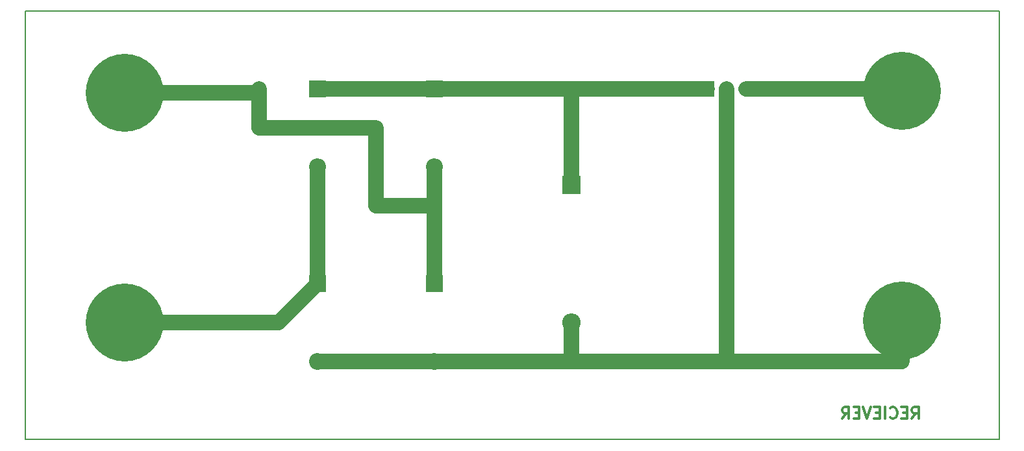
<source format=gbr>
%TF.GenerationSoftware,KiCad,Pcbnew,7.0.2*%
%TF.CreationDate,2023-06-25T17:45:46+05:30*%
%TF.ProjectId,Receiver,52656365-6976-4657-922e-6b696361645f,rev?*%
%TF.SameCoordinates,Original*%
%TF.FileFunction,Soldermask,Top*%
%TF.FilePolarity,Negative*%
%FSLAX46Y46*%
G04 Gerber Fmt 4.6, Leading zero omitted, Abs format (unit mm)*
G04 Created by KiCad (PCBNEW 7.0.2) date 2023-06-25 17:45:46*
%MOMM*%
%LPD*%
G01*
G04 APERTURE LIST*
%ADD10R,2.200000X2.200000*%
%ADD11O,2.200000X2.200000*%
%ADD12C,10.160000*%
%ADD13R,2.400000X2.400000*%
%ADD14O,2.400000X2.400000*%
%ADD15R,1.905000X2.000000*%
%ADD16O,1.905000X2.000000*%
%TA.AperFunction,NonConductor*%
%ADD17C,0.200000*%
%TD*%
%ADD18C,0.300000*%
%TA.AperFunction,NonConductor*%
%ADD19C,0.300000*%
%TD*%
%TA.AperFunction,ComponentPad*%
%ADD20R,2.200000X2.200000*%
%TD*%
%TA.AperFunction,ComponentPad*%
%ADD21O,2.200000X2.200000*%
%TD*%
%TA.AperFunction,ComponentPad*%
%ADD22C,10.160000*%
%TD*%
%TA.AperFunction,ComponentPad*%
%ADD23R,2.400000X2.400000*%
%TD*%
%TA.AperFunction,ComponentPad*%
%ADD24O,2.400000X2.400000*%
%TD*%
%TA.AperFunction,ComponentPad*%
%ADD25R,1.905000X2.000000*%
%TD*%
%TA.AperFunction,ComponentPad*%
%ADD26O,1.905000X2.000000*%
%TD*%
%TA.AperFunction,Conductor*%
%ADD27C,2.000000*%
%TD*%
G04 APERTURE END LIST*
D10*
%TO.C,D1*%
X78740000Y-76200000D03*
D11*
X78740000Y-86360000D03*
%TD*%
D12*
%TO.C,J2*%
X53580000Y-106680000D03*
X53580000Y-76710000D03*
%TD*%
D10*
%TO.C,D3*%
X78740000Y-101600000D03*
D11*
X78740000Y-111760000D03*
%TD*%
D12*
%TO.C,J1*%
X154940000Y-76440000D03*
X154940000Y-106410000D03*
%TD*%
D10*
%TO.C,D4*%
X93980000Y-101600000D03*
D11*
X93980000Y-111760000D03*
%TD*%
D13*
%TO.C,C1*%
X111902500Y-88680000D03*
D14*
X111902500Y-106680000D03*
%TD*%
D10*
%TO.C,D2*%
X93980000Y-76200000D03*
D11*
X93980000Y-86360000D03*
%TD*%
D15*
%TO.C,U1*%
X129540000Y-76200000D03*
D16*
X132080000Y-76200000D03*
X134620000Y-76200000D03*
%TD*%
D17*
X167640000Y-121920000D02*
X40640000Y-121920000D01*
X40640000Y-121920000D02*
X40640000Y-66040000D01*
X40640000Y-66040000D02*
X167640000Y-66040000D01*
X167640000Y-66040000D02*
X167640000Y-121920000D01*
D18*
D19*
X156265714Y-119196428D02*
X156765714Y-118482142D01*
X157122857Y-119196428D02*
X157122857Y-117696428D01*
X157122857Y-117696428D02*
X156551428Y-117696428D01*
X156551428Y-117696428D02*
X156408571Y-117767857D01*
X156408571Y-117767857D02*
X156337142Y-117839285D01*
X156337142Y-117839285D02*
X156265714Y-117982142D01*
X156265714Y-117982142D02*
X156265714Y-118196428D01*
X156265714Y-118196428D02*
X156337142Y-118339285D01*
X156337142Y-118339285D02*
X156408571Y-118410714D01*
X156408571Y-118410714D02*
X156551428Y-118482142D01*
X156551428Y-118482142D02*
X157122857Y-118482142D01*
X155622857Y-118410714D02*
X155122857Y-118410714D01*
X154908571Y-119196428D02*
X155622857Y-119196428D01*
X155622857Y-119196428D02*
X155622857Y-117696428D01*
X155622857Y-117696428D02*
X154908571Y-117696428D01*
X153408571Y-119053571D02*
X153479999Y-119125000D01*
X153479999Y-119125000D02*
X153694285Y-119196428D01*
X153694285Y-119196428D02*
X153837142Y-119196428D01*
X153837142Y-119196428D02*
X154051428Y-119125000D01*
X154051428Y-119125000D02*
X154194285Y-118982142D01*
X154194285Y-118982142D02*
X154265714Y-118839285D01*
X154265714Y-118839285D02*
X154337142Y-118553571D01*
X154337142Y-118553571D02*
X154337142Y-118339285D01*
X154337142Y-118339285D02*
X154265714Y-118053571D01*
X154265714Y-118053571D02*
X154194285Y-117910714D01*
X154194285Y-117910714D02*
X154051428Y-117767857D01*
X154051428Y-117767857D02*
X153837142Y-117696428D01*
X153837142Y-117696428D02*
X153694285Y-117696428D01*
X153694285Y-117696428D02*
X153479999Y-117767857D01*
X153479999Y-117767857D02*
X153408571Y-117839285D01*
X152765714Y-119196428D02*
X152765714Y-117696428D01*
X152051428Y-118410714D02*
X151551428Y-118410714D01*
X151337142Y-119196428D02*
X152051428Y-119196428D01*
X152051428Y-119196428D02*
X152051428Y-117696428D01*
X152051428Y-117696428D02*
X151337142Y-117696428D01*
X150908570Y-117696428D02*
X150408570Y-119196428D01*
X150408570Y-119196428D02*
X149908570Y-117696428D01*
X149408571Y-118410714D02*
X148908571Y-118410714D01*
X148694285Y-119196428D02*
X149408571Y-119196428D01*
X149408571Y-119196428D02*
X149408571Y-117696428D01*
X149408571Y-117696428D02*
X148694285Y-117696428D01*
X147194285Y-119196428D02*
X147694285Y-118482142D01*
X148051428Y-119196428D02*
X148051428Y-117696428D01*
X148051428Y-117696428D02*
X147479999Y-117696428D01*
X147479999Y-117696428D02*
X147337142Y-117767857D01*
X147337142Y-117767857D02*
X147265713Y-117839285D01*
X147265713Y-117839285D02*
X147194285Y-117982142D01*
X147194285Y-117982142D02*
X147194285Y-118196428D01*
X147194285Y-118196428D02*
X147265713Y-118339285D01*
X147265713Y-118339285D02*
X147337142Y-118410714D01*
X147337142Y-118410714D02*
X147479999Y-118482142D01*
X147479999Y-118482142D02*
X148051428Y-118482142D01*
D20*
%TO.P,D1,1,K*%
%TO.N,Net-(D1-K)*%
X78740000Y-76200000D03*
D21*
%TO.P,D1,2,A*%
%TO.N,Net-(D1-A)*%
X78740000Y-86360000D03*
%TD*%
D22*
%TO.P,J2,1,Pin_1*%
%TO.N,Net-(D1-A)*%
X53580000Y-106680000D03*
%TO.P,J2,2,Pin_2*%
%TO.N,Net-(D2-A)*%
X53580000Y-76710000D03*
%TD*%
D20*
%TO.P,D3,1,K*%
%TO.N,Net-(D1-A)*%
X78740000Y-101600000D03*
D21*
%TO.P,D3,2,A*%
%TO.N,Net-(D3-A)*%
X78740000Y-111760000D03*
%TD*%
D22*
%TO.P,J1,1,Pin_1*%
%TO.N,Net-(J1-Pin_1)*%
X154940000Y-76440000D03*
%TO.P,J1,2,Pin_2*%
%TO.N,Net-(D3-A)*%
X154940000Y-106410000D03*
%TD*%
D20*
%TO.P,D4,1,K*%
%TO.N,Net-(D2-A)*%
X93980000Y-101600000D03*
D21*
%TO.P,D4,2,A*%
%TO.N,Net-(D3-A)*%
X93980000Y-111760000D03*
%TD*%
D23*
%TO.P,C1,1*%
%TO.N,Net-(D1-K)*%
X111902500Y-88680000D03*
D24*
%TO.P,C1,2*%
%TO.N,Net-(D3-A)*%
X111902500Y-106680000D03*
%TD*%
D20*
%TO.P,D2,1,K*%
%TO.N,Net-(D1-K)*%
X93980000Y-76200000D03*
D21*
%TO.P,D2,2,A*%
%TO.N,Net-(D2-A)*%
X93980000Y-86360000D03*
%TD*%
D25*
%TO.P,U1,1,VI*%
%TO.N,Net-(D1-K)*%
X129540000Y-76200000D03*
D26*
%TO.P,U1,2,GND*%
%TO.N,Net-(D3-A)*%
X132080000Y-76200000D03*
%TO.P,U1,3,VO*%
%TO.N,Net-(J1-Pin_1)*%
X134620000Y-76200000D03*
%TD*%
D27*
%TO.N,Net-(D1-K)*%
X78740000Y-76200000D02*
X93980000Y-76200000D01*
X129540000Y-76200000D02*
X112045000Y-76200000D01*
X112045000Y-76200000D02*
X111902500Y-76342500D01*
X93980000Y-76200000D02*
X111760000Y-76200000D01*
X111760000Y-76200000D02*
X111902500Y-76342500D01*
X111902500Y-76342500D02*
X111902500Y-88680000D01*
%TO.N,Net-(D3-A)*%
X154940000Y-106410000D02*
X154940000Y-111760000D01*
X132080000Y-111760000D02*
X111760000Y-111760000D01*
X132080000Y-76200000D02*
X132080000Y-111760000D01*
X111902500Y-106680000D02*
X111902500Y-111617500D01*
X78740000Y-111760000D02*
X93980000Y-111760000D01*
X111760000Y-111760000D02*
X93980000Y-111760000D01*
X111902500Y-111617500D02*
X111760000Y-111760000D01*
X154940000Y-111760000D02*
X132080000Y-111760000D01*
%TO.N,Net-(D1-A)*%
X53580000Y-106680000D02*
X73660000Y-106680000D01*
X73660000Y-106680000D02*
X78740000Y-101600000D01*
X78740000Y-101600000D02*
X78740000Y-86360000D01*
%TO.N,Net-(D2-A)*%
X93980000Y-91440000D02*
X93980000Y-101600000D01*
X53580000Y-76710000D02*
X70610000Y-76710000D01*
X70610000Y-76710000D02*
X71120000Y-76200000D01*
X93980000Y-86360000D02*
X93980000Y-91440000D01*
X86360000Y-91440000D02*
X93980000Y-91440000D01*
X71120000Y-76200000D02*
X71120000Y-81280000D01*
X86360000Y-81280000D02*
X86360000Y-91440000D01*
X71120000Y-81280000D02*
X86360000Y-81280000D01*
%TO.N,Net-(J1-Pin_1)*%
X154700000Y-76200000D02*
X154940000Y-76440000D01*
X134620000Y-76200000D02*
X154700000Y-76200000D01*
%TD*%
M02*

</source>
